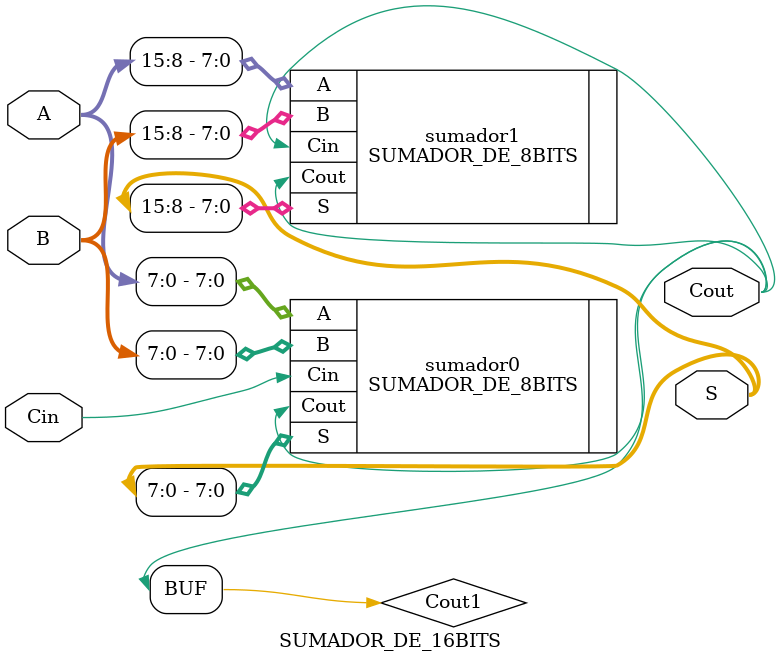
<source format=sv>
`timescale 1ns / 1ps


module SUMADOR_DE_16BITS(
    input logic [15:0] A,
    input logic [15:0] B,
    input logic Cin,
    output logic [15:0] S,
    output logic Cout
);

    logic [7:0] S0;
    logic Cout1;

    // Sumador de los bits menos significativos (0 al 7)
    SUMADOR_DE_8BITS sumador0(
        .A(A[7:0]), // Divide A en dos grupos de 8 bits
        .B(B[7:0]), // Divide B en dos grupos de 8 bits
        .Cin(Cin),
        .S(S[7:0]),
        .Cout(Cout1)
    );

    // Sumador de los bits más significativos (8 al 15)
    SUMADOR_DE_8BITS sumador1(
        .A(A[15:8]), // Divide A en dos grupos de 8 bits
        .B(B[15:8]), // Divide B en dos grupos de 8 bits
        .Cin(Cout1), // El acarreo de salida del sumador0 es el acarreo de entrada del sumador1
        .S(S[15:8]), // Conecta las salidas del sumador0 a las entradas del sumador1
        .Cout(Cout)
    );

    // Acarreo final
    assign Cout = Cout1;
endmodule


</source>
